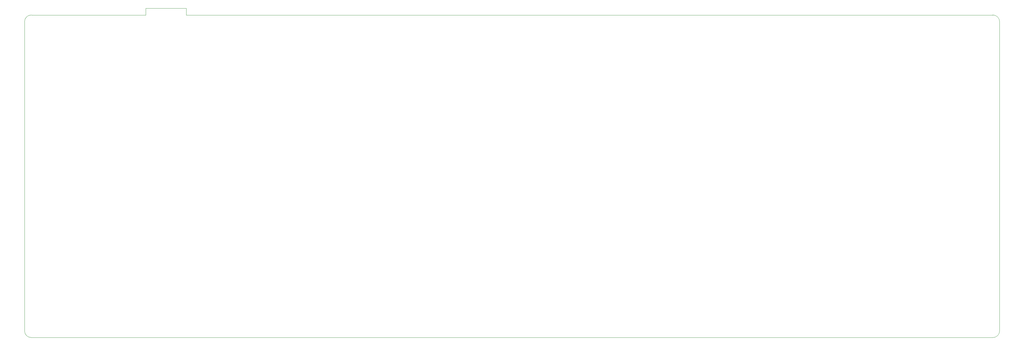
<source format=gbr>
%TF.GenerationSoftware,KiCad,Pcbnew,9.0.3*%
%TF.CreationDate,2025-08-02T20:14:01-05:00*%
%TF.ProjectId,my-keyboard,6d792d6b-6579-4626-9f61-72642e6b6963,1.0*%
%TF.SameCoordinates,Original*%
%TF.FileFunction,Profile,NP*%
%FSLAX46Y46*%
G04 Gerber Fmt 4.6, Leading zero omitted, Abs format (unit mm)*
G04 Created by KiCad (PCBNEW 9.0.3) date 2025-08-02 20:14:01*
%MOMM*%
%LPD*%
G01*
G04 APERTURE LIST*
%TA.AperFunction,Profile*%
%ADD10C,0.100000*%
%TD*%
G04 APERTURE END LIST*
D10*
X2000000Y-2000000D02*
X36000000Y-2000000D01*
X2000000Y-98000000D02*
X287500000Y-98000000D01*
X289500000Y-96000000D02*
G75*
G02*
X287500000Y-98000000I-2000000J0D01*
G01*
X289500000Y-96000000D02*
X289500000Y-4000000D01*
X48000000Y-2000000D02*
X287500000Y-2000000D01*
X36000000Y-2000000D02*
X36000000Y0D01*
X0Y-96000000D02*
X0Y-4000000D01*
X2000000Y-98000000D02*
G75*
G02*
X0Y-96000000I0J2000000D01*
G01*
X48000000Y0D02*
X48000000Y-2000000D01*
X287500000Y-2000000D02*
G75*
G02*
X289500000Y-4000000I0J-2000000D01*
G01*
X36000000Y0D02*
X48000000Y0D01*
X0Y-4000000D02*
G75*
G02*
X2000000Y-2000000I2000000J0D01*
G01*
M02*

</source>
